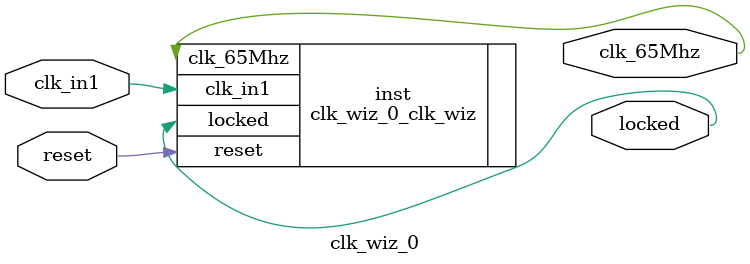
<source format=v>


`timescale 1ps/1ps

(* CORE_GENERATION_INFO = "clk_wiz_0,clk_wiz_v5_4_2_0,{component_name=clk_wiz_0,use_phase_alignment=true,use_min_o_jitter=false,use_max_i_jitter=false,use_dyn_phase_shift=false,use_inclk_switchover=false,use_dyn_reconfig=false,enable_axi=0,feedback_source=FDBK_AUTO,PRIMITIVE=MMCM,num_out_clk=1,clkin1_period=10.000,clkin2_period=10.000,use_power_down=false,use_reset=true,use_locked=true,use_inclk_stopped=false,feedback_type=SINGLE,CLOCK_MGR_TYPE=NA,manual_override=false}" *)

module clk_wiz_0 
 (
  // Clock out ports
  output        clk_65Mhz,
  // Status and control signals
  input         reset,
  output        locked,
 // Clock in ports
  input         clk_in1
 );

  clk_wiz_0_clk_wiz inst
  (
  // Clock out ports  
  .clk_65Mhz(clk_65Mhz),
  // Status and control signals               
  .reset(reset), 
  .locked(locked),
 // Clock in ports
  .clk_in1(clk_in1)
  );

endmodule

</source>
